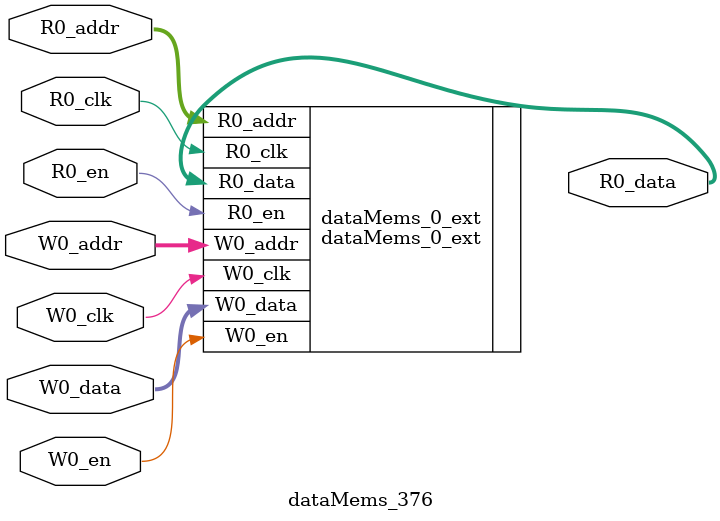
<source format=sv>
`ifndef RANDOMIZE
  `ifdef RANDOMIZE_REG_INIT
    `define RANDOMIZE
  `endif // RANDOMIZE_REG_INIT
`endif // not def RANDOMIZE
`ifndef RANDOMIZE
  `ifdef RANDOMIZE_MEM_INIT
    `define RANDOMIZE
  `endif // RANDOMIZE_MEM_INIT
`endif // not def RANDOMIZE

`ifndef RANDOM
  `define RANDOM $random
`endif // not def RANDOM

// Users can define 'PRINTF_COND' to add an extra gate to prints.
`ifndef PRINTF_COND_
  `ifdef PRINTF_COND
    `define PRINTF_COND_ (`PRINTF_COND)
  `else  // PRINTF_COND
    `define PRINTF_COND_ 1
  `endif // PRINTF_COND
`endif // not def PRINTF_COND_

// Users can define 'ASSERT_VERBOSE_COND' to add an extra gate to assert error printing.
`ifndef ASSERT_VERBOSE_COND_
  `ifdef ASSERT_VERBOSE_COND
    `define ASSERT_VERBOSE_COND_ (`ASSERT_VERBOSE_COND)
  `else  // ASSERT_VERBOSE_COND
    `define ASSERT_VERBOSE_COND_ 1
  `endif // ASSERT_VERBOSE_COND
`endif // not def ASSERT_VERBOSE_COND_

// Users can define 'STOP_COND' to add an extra gate to stop conditions.
`ifndef STOP_COND_
  `ifdef STOP_COND
    `define STOP_COND_ (`STOP_COND)
  `else  // STOP_COND
    `define STOP_COND_ 1
  `endif // STOP_COND
`endif // not def STOP_COND_

// Users can define INIT_RANDOM as general code that gets injected into the
// initializer block for modules with registers.
`ifndef INIT_RANDOM
  `define INIT_RANDOM
`endif // not def INIT_RANDOM

// If using random initialization, you can also define RANDOMIZE_DELAY to
// customize the delay used, otherwise 0.002 is used.
`ifndef RANDOMIZE_DELAY
  `define RANDOMIZE_DELAY 0.002
`endif // not def RANDOMIZE_DELAY

// Define INIT_RANDOM_PROLOG_ for use in our modules below.
`ifndef INIT_RANDOM_PROLOG_
  `ifdef RANDOMIZE
    `ifdef VERILATOR
      `define INIT_RANDOM_PROLOG_ `INIT_RANDOM
    `else  // VERILATOR
      `define INIT_RANDOM_PROLOG_ `INIT_RANDOM #`RANDOMIZE_DELAY begin end
    `endif // VERILATOR
  `else  // RANDOMIZE
    `define INIT_RANDOM_PROLOG_
  `endif // RANDOMIZE
`endif // not def INIT_RANDOM_PROLOG_

// Include register initializers in init blocks unless synthesis is set
`ifndef SYNTHESIS
  `ifndef ENABLE_INITIAL_REG_
    `define ENABLE_INITIAL_REG_
  `endif // not def ENABLE_INITIAL_REG_
`endif // not def SYNTHESIS

// Include rmemory initializers in init blocks unless synthesis is set
`ifndef SYNTHESIS
  `ifndef ENABLE_INITIAL_MEM_
    `define ENABLE_INITIAL_MEM_
  `endif // not def ENABLE_INITIAL_MEM_
`endif // not def SYNTHESIS

module dataMems_376(	// @[generators/ara/src/main/scala/UnsafeAXI4ToTL.scala:365:62]
  input  [4:0]  R0_addr,
  input         R0_en,
  input         R0_clk,
  output [66:0] R0_data,
  input  [4:0]  W0_addr,
  input         W0_en,
  input         W0_clk,
  input  [66:0] W0_data
);

  dataMems_0_ext dataMems_0_ext (	// @[generators/ara/src/main/scala/UnsafeAXI4ToTL.scala:365:62]
    .R0_addr (R0_addr),
    .R0_en   (R0_en),
    .R0_clk  (R0_clk),
    .R0_data (R0_data),
    .W0_addr (W0_addr),
    .W0_en   (W0_en),
    .W0_clk  (W0_clk),
    .W0_data (W0_data)
  );
endmodule


</source>
